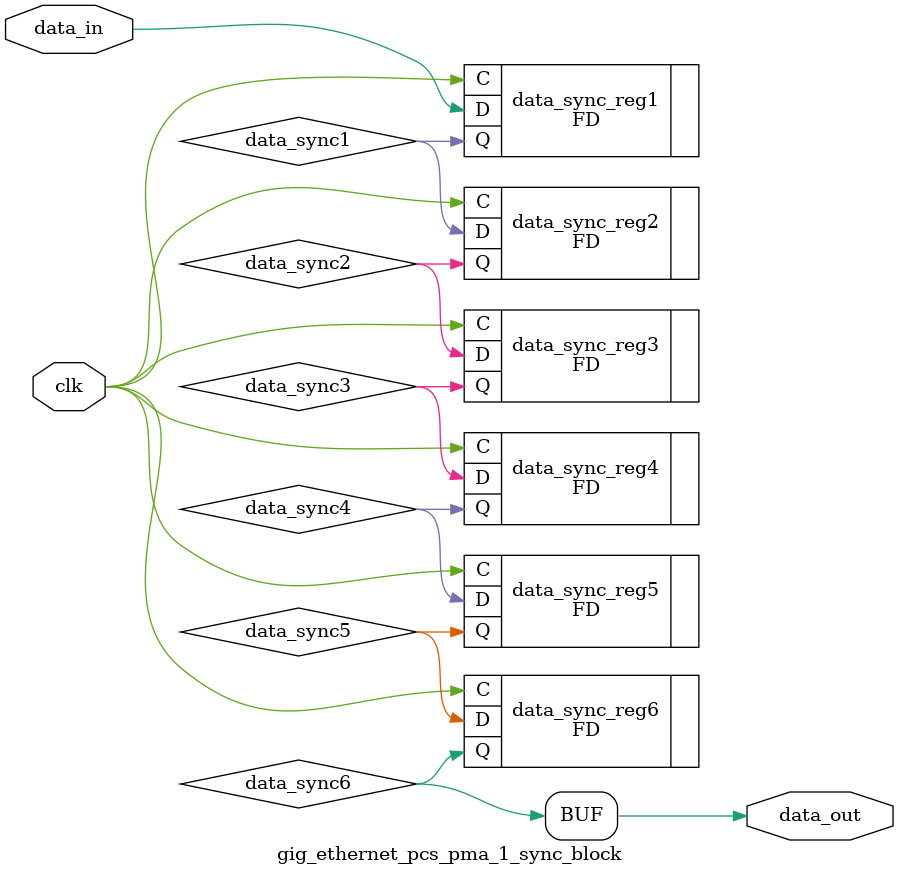
<source format=v>

`timescale 1ps / 1ps

module gig_ethernet_pcs_pma_1_sync_block #(
  parameter INITIALISE = 2'b00
)
(
  input        clk,              // clock to be sync'ed to
  input        data_in,          // Data to be 'synced'
  output       data_out          // synced data
);

  // Internal Signals
  wire data_sync1;
  wire data_sync2;
  wire data_sync3;
  wire data_sync4;
  wire data_sync5;
  wire data_sync6;


  (* shreg_extract = "no", ASYNC_REG = "TRUE" *)
  FD #(
    .INIT (INITIALISE[0])
  ) data_sync_reg1 (
    .C  (clk),
    .D  (data_in),
    .Q  (data_sync1)
  );


  (* shreg_extract = "no", ASYNC_REG = "TRUE" *)
  FD #(
   .INIT (INITIALISE[1])
  ) data_sync_reg2 (
  .C  (clk),
  .D  (data_sync1),
  .Q  (data_sync2)
  );


  (* shreg_extract = "no", ASYNC_REG = "TRUE" *)
  FD #(
   .INIT (INITIALISE[1])
  ) data_sync_reg3 (
  .C  (clk),
  .D  (data_sync2),
  .Q  (data_sync3)
  );

  (* shreg_extract = "no", ASYNC_REG = "TRUE" *)
  FD #(
   .INIT (INITIALISE[1])
  ) data_sync_reg4 (
  .C  (clk),
  .D  (data_sync3),
  .Q  (data_sync4)
  );

  (* shreg_extract = "no", ASYNC_REG = "TRUE" *)
  FD #(
   .INIT (INITIALISE[1])
  ) data_sync_reg5 (
  .C  (clk),
  .D  (data_sync4),
  .Q  (data_sync5)
  );

  (* shreg_extract = "no", ASYNC_REG = "TRUE" *)
  FD #(
   .INIT (INITIALISE[1])
  ) data_sync_reg6 (
  .C  (clk),
  .D  (data_sync5),
  .Q  (data_sync6)
  );
  assign data_out = data_sync6;


endmodule



</source>
